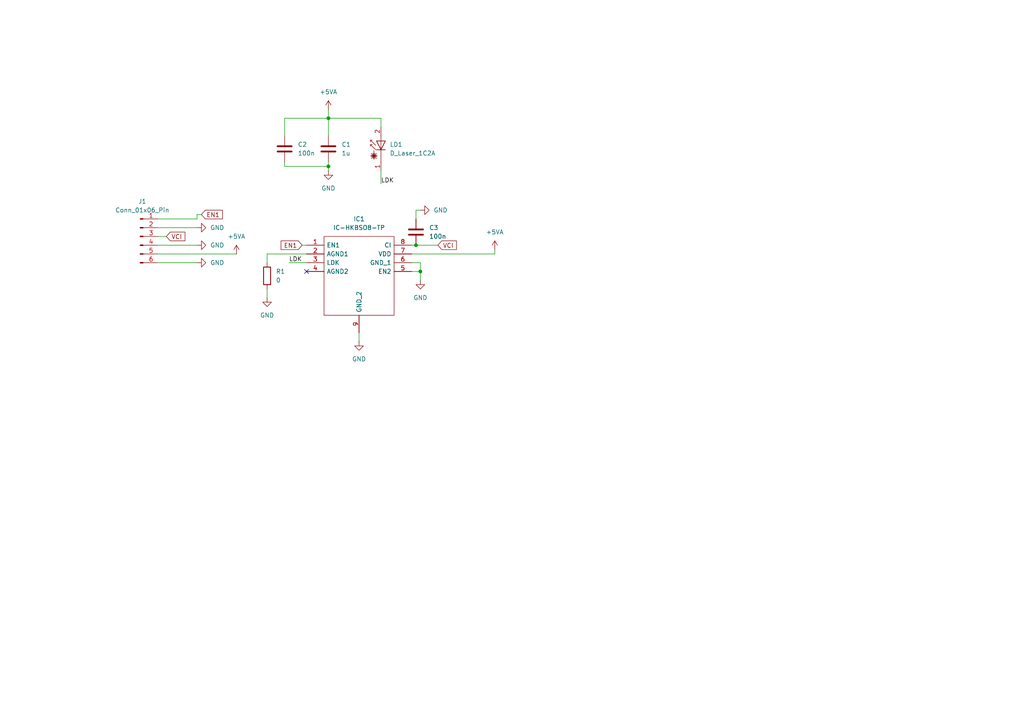
<source format=kicad_sch>
(kicad_sch (version 20231120) (generator "eeschema") (generator_version "8.0")
  (paper "A4")
  (lib_symbols
    (symbol "Connector:Conn_01x06_Pin" (pin_names (offset 1.016) hide)
      (property "Reference" "J" (at 0 7.62 0))
      (property "Value" "Conn_01x06_Pin" (at 0 -10.16 0))
      (symbol "Conn_01x06_Pin_1_1"
        (polyline (pts (xy 1.27 -7.62) (xy 0.8636 -7.62)) (stroke (width 0.1524)))
        (polyline (pts (xy 1.27 -5.08) (xy 0.8636 -5.08)) (stroke (width 0.1524)))
        (polyline (pts (xy 1.27 -2.54) (xy 0.8636 -2.54)) (stroke (width 0.1524)))
        (polyline (pts (xy 1.27 0) (xy 0.8636 0)) (stroke (width 0.1524)))
        (polyline (pts (xy 1.27 2.54) (xy 0.8636 2.54)) (stroke (width 0.1524)))
        (polyline (pts (xy 1.27 5.08) (xy 0.8636 5.08)) (stroke (width 0.1524)))
        (rectangle (start 0.8636 -7.493) (end 0 -7.747) (stroke (width 0.1524)) (fill (type outline)))
        (rectangle (start 0.8636 -4.953) (end 0 -5.207) (stroke (width 0.1524)) (fill (type outline)))
        (rectangle (start 0.8636 -2.413) (end 0 -2.667) (stroke (width 0.1524)) (fill (type outline)))
        (rectangle (start 0.8636 0.127) (end 0 -0.127) (stroke (width 0.1524)) (fill (type outline)))
        (rectangle (start 0.8636 2.667) (end 0 2.413) (stroke (width 0.1524)) (fill (type outline)))
        (rectangle (start 0.8636 5.207) (end 0 4.953) (stroke (width 0.1524)) (fill (type outline)))
        (pin passive line (at 5.08 5.08 180) (length 3.81) (name "Pin_1") (number "1"))
        (pin passive line (at 5.08 2.54 180) (length 3.81) (name "Pin_2") (number "2"))
        (pin passive line (at 5.08 0 180) (length 3.81) (name "Pin_3") (number "3"))
        (pin passive line (at 5.08 -2.54 180) (length 3.81) (name "Pin_4") (number "4"))
        (pin passive line (at 5.08 -5.08 180) (length 3.81) (name "Pin_5") (number "5"))
        (pin passive line (at 5.08 -7.62 180) (length 3.81) (name "Pin_6") (number "6"))
      )
    )
    (symbol "Device:C" (pin_numbers hide) (pin_names (offset 0.254))
      (property "Reference" "C" (at 0.635 2.54 0))
      (property "Value" "C" (at 0.635 -2.54 0))
      (symbol "C_0_1"
        (polyline (pts (xy -2.032 -0.762) (xy 2.032 -0.762)) (stroke (width 0.508)))
        (polyline (pts (xy -2.032 0.762) (xy 2.032 0.762)) (stroke (width 0.508)))
      )
      (symbol "C_1_1"
        (pin passive line (at 0 3.81 270) (length 2.794) (name "~") (number "1"))
        (pin passive line (at 0 -3.81 90) (length 2.794) (name "~") (number "2"))
      )
    )
    (symbol "Device:D_Laser_1C2A" (pin_names (offset 1.016) hide)
      (property "Reference" "LD" (at -1.27 4.445 0))
      (property "Value" "D_Laser_1C2A" (at -1.27 -2.54 0))
      (symbol "D_Laser_1C2A_0_1"
        (polyline (pts (xy -4.064 1.27) (xy -2.54 2.794)))
        (polyline (pts (xy -4.064 1.778) (xy -2.54 2.286)))
        (polyline (pts (xy -4.064 2.286) (xy -2.54 1.778)))
        (polyline (pts (xy -4.064 2.794) (xy -2.54 1.27)))
        (polyline (pts (xy -3.556 2.794) (xy -3.048 1.27)))
        (polyline (pts (xy -3.302 2.032) (xy -3.302 1.016)))
        (polyline (pts (xy -3.302 2.032) (xy -3.302 3.048)))
        (polyline (pts (xy -3.048 2.794) (xy -3.556 1.27)))
        (polyline (pts (xy -1.778 2.032) (xy -4.318 2.032)))
        (polyline (pts (xy -1.524 1.27) (xy -1.524 -1.27)) (stroke (width 0.2032)))
        (polyline (pts (xy 1.27 3.048) (xy 0.762 3.048)))
        (polyline (pts (xy 2.54 0) (xy -5.08 0)))
        (polyline (pts (xy -0.254 1.524) (xy 1.27 3.048) (xy 1.27 2.54)))
        (polyline (pts (xy 1.016 1.27) (xy 1.016 -1.27) (xy -1.524 0) (xy 1.016 1.27)) (stroke (width 0.2032)))
        (polyline (pts (xy -1.524 1.524) (xy 0 3.048) (xy 0 2.54) (xy 0 3.048) (xy -0.508 3.048)))
      )
      (symbol "D_Laser_1C2A_1_1"
        (pin passive line (at -7.62 0 0) (length 2.54) (name "K") (number "1"))
        (pin passive line (at 5.08 0 180) (length 2.54) (name "A") (number "2"))
      )
    )
    (symbol "Device:R" (pin_numbers hide) (pin_names (offset 0))
      (property "Reference" "R" (at 2.032 0 90))
      (property "Value" "R" (at 0 0 90))
      (symbol "R_0_1"
        (rectangle (start -1.016 -2.54) (end 1.016 2.54) (stroke (width 0.254)))
      )
      (symbol "R_1_1"
        (pin passive line (at 0 3.81 270) (length 1.27) (name "~") (number "1"))
        (pin passive line (at 0 -3.81 90) (length 1.27) (name "~") (number "2"))
      )
    )
    (symbol "IC-HKBSO8-TP:IC-HKBSO8-TP" (pin_names (offset 0.762))
      (property "Reference" "IC" (at 26.67 7.62 0))
      (property "Value" "IC-HKBSO8-TP" (at 26.67 5.08 0))
      (symbol "IC-HKBSO8-TP_0_0"
        (pin passive line (at 0 0 0) (length 5.08) (name "EN1") (number "1"))
        (pin passive line (at 0 -2.54 0) (length 5.08) (name "AGND1") (number "2"))
        (pin passive line (at 0 -5.08 0) (length 5.08) (name "LDK") (number "3"))
        (pin passive line (at 0 -7.62 0) (length 5.08) (name "AGND2") (number "4"))
        (pin passive line (at 30.48 -7.62 180) (length 5.08) (name "EN2") (number "5"))
        (pin passive line (at 30.48 -5.08 180) (length 5.08) (name "GND_1") (number "6"))
        (pin passive line (at 30.48 -2.54 180) (length 5.08) (name "VDD") (number "7"))
        (pin passive line (at 30.48 0 180) (length 5.08) (name "CI") (number "8"))
        (pin passive line (at 15.24 -25.4 90) (length 5.08) (name "GND_2") (number "9"))
      )
      (symbol "IC-HKBSO8-TP_0_1"
        (polyline (pts (xy 5.08 2.54) (xy 25.4 2.54) (xy 25.4 -20.32) (xy 5.08 -20.32) (xy 5.08 2.54)) (stroke (width 0.1524)))
      )
    )
    (symbol "power:+5VA" (power) (pin_numbers hide) (pin_names (offset 0) hide)
      (property "Value" "+5VA" (at 0 3.556 0))
      (symbol "+5VA_0_1"
        (polyline (pts (xy -0.762 1.27) (xy 0 2.54)))
        (polyline (pts (xy 0 0) (xy 0 2.54)))
        (polyline (pts (xy 0 2.54) (xy 0.762 1.27)))
      )
      (symbol "+5VA_1_1"
        (pin power_in line (at 0 0 90) (length 0) (name "~") (number "1"))
      )
    )
    (symbol "power:GND" (power) (pin_numbers hide) (pin_names (offset 0) hide)
      (property "Value" "GND" (at 0 -3.81 0))
      (symbol "GND_0_1"
        (polyline (pts (xy 0 0) (xy 0 -1.27) (xy 1.27 -1.27) (xy 0 -2.54) (xy -1.27 -1.27) (xy 0 -1.27)))
      )
      (symbol "GND_1_1"
        (pin power_in line (at 0 0 270) (length 0) (name "~") (number "1"))
      )
    )
  )
  (junction (at 121.92 78.74))
  (junction (at 120.65 71.12))
  (junction (at 95.25 48.26))
  (junction (at 95.25 34.29))
  (no_connect (at 88.9 78.74))
  (wire (pts (xy 110.49 36.83) (xy 110.49 34.29)))
  (wire (pts (xy 120.65 63.5) (xy 120.65 60.96)))
  (wire (pts (xy 121.92 78.74) (xy 121.92 81.28)))
  (wire (pts (xy 57.15 63.5) (xy 45.72 63.5)))
  (wire (pts (xy 95.25 46.99) (xy 95.25 48.26)))
  (wire (pts (xy 45.72 76.2) (xy 57.15 76.2)))
  (wire (pts (xy 95.25 31.75) (xy 95.25 34.29)))
  (wire (pts (xy 77.47 83.82) (xy 77.47 86.36)))
  (wire (pts (xy 120.65 71.12) (xy 127 71.12)))
  (wire (pts (xy 82.55 46.99) (xy 82.55 48.26)))
  (wire (pts (xy 119.38 76.2) (xy 121.92 76.2)))
  (wire (pts (xy 110.49 49.53) (xy 110.49 53.34)))
  (wire (pts (xy 83.82 76.2) (xy 88.9 76.2)))
  (wire (pts (xy 95.25 34.29) (xy 95.25 39.37)))
  (wire (pts (xy 77.47 73.66) (xy 77.47 76.2)))
  (wire (pts (xy 45.72 71.12) (xy 57.15 71.12)))
  (wire (pts (xy 143.51 73.66) (xy 143.51 72.39)))
  (wire (pts (xy 57.15 62.23) (xy 58.42 62.23)))
  (wire (pts (xy 45.72 66.04) (xy 57.15 66.04)))
  (wire (pts (xy 88.9 73.66) (xy 77.47 73.66)))
  (wire (pts (xy 119.38 73.66) (xy 143.51 73.66)))
  (wire (pts (xy 87.63 71.12) (xy 88.9 71.12)))
  (wire (pts (xy 45.72 73.66) (xy 68.58 73.66)))
  (wire (pts (xy 95.25 48.26) (xy 95.25 49.53)))
  (wire (pts (xy 119.38 78.74) (xy 121.92 78.74)))
  (wire (pts (xy 45.72 68.58) (xy 48.26 68.58)))
  (wire (pts (xy 82.55 34.29) (xy 95.25 34.29)))
  (wire (pts (xy 120.65 60.96) (xy 121.92 60.96)))
  (wire (pts (xy 121.92 76.2) (xy 121.92 78.74)))
  (wire (pts (xy 57.15 62.23) (xy 57.15 63.5)))
  (wire (pts (xy 119.38 71.12) (xy 120.65 71.12)))
  (wire (pts (xy 104.14 96.52) (xy 104.14 99.06)))
  (wire (pts (xy 82.55 39.37) (xy 82.55 34.29)))
  (wire (pts (xy 110.49 34.29) (xy 95.25 34.29)))
  (wire (pts (xy 82.55 48.26) (xy 95.25 48.26)))
  (label "LDK" (at 110.49 53.34 0))
  (label "LDK" (at 83.82 76.2 0))
  (global_label "VCI" (shape input) (at 127 71.12 0) (property "Intersheetrefs" "${INTERSHEET_REFS}" (effects (hide yes))))
  (global_label "EN1" (shape input) (at 58.42 62.23 0) (property "Intersheetrefs" "${INTERSHEET_REFS}" (effects (hide yes))))
  (global_label "VCI" (shape input) (at 48.26 68.58 0) (property "Intersheetrefs" "${INTERSHEET_REFS}" (effects (hide yes))))
  (global_label "EN1" (shape input) (at 87.63 71.12 180) (property "Intersheetrefs" "${INTERSHEET_REFS}" (effects (hide yes))))
  (symbol (lib_id "power:GND") (at 104.14 99.06 0) (unit 1)
    (property "Reference" "#PWR05" (effects (hide yes)))
    (property "Value" "GND" (at 104.14 104.14 0))
    (property "Description" "Power symbol creates a global label with name \"GND\" , ground" (effects (hide yes)))
  )
  (symbol (lib_id "power:GND") (at 77.47 86.36 0) (unit 1)
    (property "Reference" "#PWR06" (effects (hide yes)))
    (property "Value" "GND" (at 77.47 91.44 0))
    (property "Description" "Power symbol creates a global label with name \"GND\" , ground" (effects (hide yes)))
  )
  (symbol (lib_id "power:+5VA") (at 95.25 31.75 0) (unit 1)
    (property "Reference" "#PWR01" (effects (hide yes)))
    (property "Value" "+5VA" (at 95.25 26.67 0))
    (property "Description" "Power symbol creates a global label with name \"+5VA\"" (effects (hide yes)))
  )
  (symbol (lib_id "Device:R") (at 77.47 80.01 0) (unit 1)
    (property "Reference" "R1" (at 80.01 78.7399 0) (effects (justify left)))
    (property "Value" "0" (at 80.01 81.2799 0) (effects (justify left)))
    (property "Footprint" "Resistor_SMD:R_0603_1608Metric" (effects (hide yes)))
    (property "Description" "Resistor" (effects (hide yes)))
  )
  (symbol (lib_id "Connector:Conn_01x06_Pin") (at 40.64 68.58 0) (unit 1)
    (property "Reference" "J1" (at 41.275 58.42 0))
    (property "Value" "Conn_01x06_Pin" (at 41.275 60.96 0))
    (property "Footprint" "Connector_PinHeader_1.27mm:PinHeader_1x06_P1.27mm_Vertical" (effects (hide yes)))
    (property "Description" "Generic connector, single row, 01x06, script generated" (effects (hide yes)))
  )
  (symbol (lib_id "power:GND") (at 57.15 71.12 90) (unit 1)
    (property "Reference" "#PWR08" (effects (hide yes)))
    (property "Value" "GND" (at 60.96 71.1199 90) (effects (justify right)))
    (property "Description" "Power symbol creates a global label with name \"GND\" , ground" (effects (hide yes)))
  )
  (symbol (lib_id "power:+5VA") (at 143.51 72.39 0) (unit 1)
    (property "Reference" "#PWR03" (effects (hide yes)))
    (property "Value" "+5VA" (at 143.51 67.31 0))
    (property "Description" "Power symbol creates a global label with name \"+5VA\"" (effects (hide yes)))
  )
  (symbol (lib_id "Device:C") (at 120.65 67.31 0) (unit 1)
    (property "Reference" "C3" (at 124.46 66.0399 0) (effects (justify left)))
    (property "Value" "100n" (at 124.46 68.5799 0) (effects (justify left)))
    (property "Footprint" "Capacitor_SMD:C_0603_1608Metric" (effects (hide yes)))
    (property "Description" "Unpolarized capacitor" (effects (hide yes)))
  )
  (symbol (lib_id "power:GND") (at 57.15 76.2 90) (unit 1)
    (property "Reference" "#PWR010" (effects (hide yes)))
    (property "Value" "GND" (at 60.96 76.1999 90) (effects (justify right)))
    (property "Description" "Power symbol creates a global label with name \"GND\" , ground" (effects (hide yes)))
  )
  (symbol (lib_id "power:GND") (at 121.92 81.28 0) (unit 1)
    (property "Reference" "#PWR04" (effects (hide yes)))
    (property "Value" "GND" (at 121.92 86.36 0))
    (property "Description" "Power symbol creates a global label with name \"GND\" , ground" (effects (hide yes)))
  )
  (symbol (lib_id "Device:D_Laser_1C2A") (at 110.49 41.91 90) (unit 1)
    (property "Reference" "LD1" (at 113.03 41.9099 90) (effects (justify right)))
    (property "Value" "D_Laser_1C2A" (at 113.03 44.4499 90) (effects (justify right)))
    (property "Footprint" "lib_fp:ams_belago1.1" (effects (hide yes)))
    (property "Description" "Laser diode, cathode on pin 1, anode on pin 2" (effects (hide yes)))
  )
  (symbol (lib_id "IC-HKBSO8-TP:IC-HKBSO8-TP") (at 88.9 71.12 0) (unit 1)
    (property "Reference" "IC1" (at 104.14 63.5 0))
    (property "Value" "IC-HKBSO8-TP" (at 104.14 66.04 0))
    (property "Footprint" "lib_fp:SOIC127P600X148-9N" (effects (hide yes)))
    (property "Datasheet" "https://www.ichaus.de/wp-json/dhsv/v2/protected-download?token=c1psVlI1dURyd2hwalZwSUJXemFLVXcrNUJVK05GbmtRaWYwMVlHbm1mc2JtOTJjS3RHNWlYNHpzOFJlN2d5dEcyVDBqRlJRSlc5ZHBJakRFeC9sQjZBYkNzSElEakV3eWxJeXkxVmZkTFNmTmxrOFczTXhhSGU1Y2VZcFRscE9GOWowNkg1Ymtobis2Tk1H" (effects (hide yes)))
    (property "Description" "155 MHz Laser Switch (for blu" (effects (hide yes)))
    (property "Height" "1.48" (effects (hide yes)))
    (property "Manufacturer_Name" "ic-haus" (effects (hide yes)))
    (property "Manufacturer_Part_Number" "IC-HKBSO8-TP" (effects (hide yes)))
  )
  (symbol (lib_id "Device:C") (at 95.25 43.18 0) (unit 1)
    (property "Reference" "C1" (at 99.06 41.9099 0) (effects (justify left)))
    (property "Value" "1u" (at 99.06 44.4499 0) (effects (justify left)))
    (property "Footprint" "Capacitor_SMD:C_0603_1608Metric" (effects (hide yes)))
    (property "Description" "Unpolarized capacitor" (effects (hide yes)))
  )
  (symbol (lib_id "power:GND") (at 95.25 49.53 0) (unit 1)
    (property "Reference" "#PWR02" (effects (hide yes)))
    (property "Value" "GND" (at 95.25 54.61 0))
    (property "Description" "Power symbol creates a global label with name \"GND\" , ground" (effects (hide yes)))
  )
  (symbol (lib_id "Device:C") (at 82.55 43.18 0) (unit 1)
    (property "Reference" "C2" (at 86.36 41.9099 0) (effects (justify left)))
    (property "Value" "100n" (at 86.36 44.4499 0) (effects (justify left)))
    (property "Footprint" "Capacitor_SMD:C_0603_1608Metric" (effects (hide yes)))
    (property "Description" "Unpolarized capacitor" (effects (hide yes)))
  )
  (symbol (lib_id "power:+5VA") (at 68.58 73.66 0) (unit 1)
    (property "Reference" "#PWR09" (effects (hide yes)))
    (property "Value" "+5VA" (at 68.58 68.58 0))
    (property "Description" "Power symbol creates a global label with name \"+5VA\"" (effects (hide yes)))
  )
  (symbol (lib_id "power:GND") (at 121.92 60.96 90) (unit 1)
    (property "Reference" "#PWR011" (effects (hide yes)))
    (property "Value" "GND" (at 125.73 60.9599 90) (effects (justify right)))
    (property "Description" "Power symbol creates a global label with name \"GND\" , ground" (effects (hide yes)))
  )
  (symbol (lib_id "power:GND") (at 57.15 66.04 90) (unit 1)
    (property "Reference" "#PWR07" (effects (hide yes)))
    (property "Value" "GND" (at 60.96 66.0399 90) (effects (justify right)))
    (property "Description" "Power symbol creates a global label with name \"GND\" , ground" (effects (hide yes)))
  )
)
</source>
